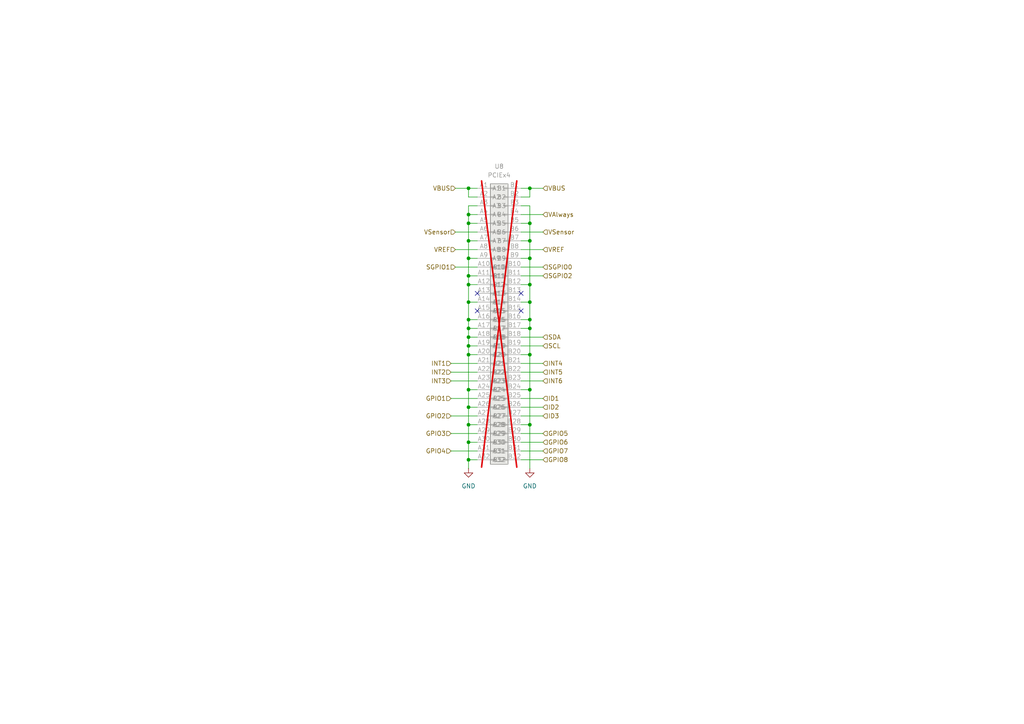
<source format=kicad_sch>
(kicad_sch
	(version 20231120)
	(generator "eeschema")
	(generator_version "8.0")
	(uuid "a113ef60-102d-4887-bd85-04bc1b6c161e")
	(paper "A4")
	(lib_symbols
		(symbol "PCIEx4:PCIEx4"
			(exclude_from_sim no)
			(in_bom yes)
			(on_board yes)
			(property "Reference" "U"
				(at 0 0 0)
				(effects
					(font
						(size 1.27 1.27)
					)
				)
			)
			(property "Value" "PCIEx4"
				(at 0 0 0)
				(effects
					(font
						(size 1.27 1.27)
					)
				)
			)
			(property "Footprint" "Connector_PCBEdge:BUS_PCIexpress_x4"
				(at 0 0 0)
				(effects
					(font
						(size 1.27 1.27)
					)
					(hide yes)
				)
			)
			(property "Datasheet" ""
				(at 0 0 0)
				(effects
					(font
						(size 1.27 1.27)
					)
					(hide yes)
				)
			)
			(property "Description" ""
				(at 0 0 0)
				(effects
					(font
						(size 1.27 1.27)
					)
					(hide yes)
				)
			)
			(symbol "PCIEx4_1_1"
				(rectangle
					(start -2.54 -81.153)
					(end -1.27 -81.407)
					(stroke
						(width 0.1524)
						(type default)
					)
					(fill
						(type none)
					)
				)
				(rectangle
					(start -2.54 -78.613)
					(end -1.27 -78.867)
					(stroke
						(width 0.1524)
						(type default)
					)
					(fill
						(type none)
					)
				)
				(rectangle
					(start -2.54 -76.073)
					(end -1.27 -76.327)
					(stroke
						(width 0.1524)
						(type default)
					)
					(fill
						(type none)
					)
				)
				(rectangle
					(start -2.54 -73.533)
					(end -1.27 -73.787)
					(stroke
						(width 0.1524)
						(type default)
					)
					(fill
						(type none)
					)
				)
				(rectangle
					(start -2.54 -70.993)
					(end -1.27 -71.247)
					(stroke
						(width 0.1524)
						(type default)
					)
					(fill
						(type none)
					)
				)
				(rectangle
					(start -2.54 -68.453)
					(end -1.27 -68.707)
					(stroke
						(width 0.1524)
						(type default)
					)
					(fill
						(type none)
					)
				)
				(rectangle
					(start -2.54 -65.913)
					(end -1.27 -66.167)
					(stroke
						(width 0.1524)
						(type default)
					)
					(fill
						(type none)
					)
				)
				(rectangle
					(start -2.54 -63.373)
					(end -1.27 -63.627)
					(stroke
						(width 0.1524)
						(type default)
					)
					(fill
						(type none)
					)
				)
				(rectangle
					(start -2.54 -60.833)
					(end -1.27 -61.087)
					(stroke
						(width 0.1524)
						(type default)
					)
					(fill
						(type none)
					)
				)
				(rectangle
					(start -2.54 -58.293)
					(end -1.27 -58.547)
					(stroke
						(width 0.1524)
						(type default)
					)
					(fill
						(type none)
					)
				)
				(rectangle
					(start -2.54 -55.753)
					(end -1.27 -56.007)
					(stroke
						(width 0.1524)
						(type default)
					)
					(fill
						(type none)
					)
				)
				(rectangle
					(start -2.54 -53.213)
					(end -1.27 -53.467)
					(stroke
						(width 0.1524)
						(type default)
					)
					(fill
						(type none)
					)
				)
				(rectangle
					(start -2.54 -50.673)
					(end -1.27 -50.927)
					(stroke
						(width 0.1524)
						(type default)
					)
					(fill
						(type none)
					)
				)
				(rectangle
					(start -2.54 -48.133)
					(end -1.27 -48.387)
					(stroke
						(width 0.1524)
						(type default)
					)
					(fill
						(type none)
					)
				)
				(rectangle
					(start -2.54 -45.593)
					(end -1.27 -45.847)
					(stroke
						(width 0.1524)
						(type default)
					)
					(fill
						(type none)
					)
				)
				(rectangle
					(start -2.54 -43.053)
					(end -1.27 -43.307)
					(stroke
						(width 0.1524)
						(type default)
					)
					(fill
						(type none)
					)
				)
				(rectangle
					(start -2.54 -40.513)
					(end -1.27 -40.767)
					(stroke
						(width 0.1524)
						(type default)
					)
					(fill
						(type none)
					)
				)
				(rectangle
					(start -2.54 -37.973)
					(end -1.27 -38.227)
					(stroke
						(width 0.1524)
						(type default)
					)
					(fill
						(type none)
					)
				)
				(rectangle
					(start -2.54 -35.433)
					(end -1.27 -35.687)
					(stroke
						(width 0.1524)
						(type default)
					)
					(fill
						(type none)
					)
				)
				(rectangle
					(start -2.54 -32.893)
					(end -1.27 -33.147)
					(stroke
						(width 0.1524)
						(type default)
					)
					(fill
						(type none)
					)
				)
				(rectangle
					(start -2.54 -30.353)
					(end -1.27 -30.607)
					(stroke
						(width 0.1524)
						(type default)
					)
					(fill
						(type none)
					)
				)
				(rectangle
					(start -2.54 -27.813)
					(end -1.27 -28.067)
					(stroke
						(width 0.1524)
						(type default)
					)
					(fill
						(type none)
					)
				)
				(rectangle
					(start -2.54 -25.273)
					(end -1.27 -25.527)
					(stroke
						(width 0.1524)
						(type default)
					)
					(fill
						(type none)
					)
				)
				(rectangle
					(start -2.54 -22.733)
					(end -1.27 -22.987)
					(stroke
						(width 0.1524)
						(type default)
					)
					(fill
						(type none)
					)
				)
				(rectangle
					(start -2.54 -20.193)
					(end -1.27 -20.447)
					(stroke
						(width 0.1524)
						(type default)
					)
					(fill
						(type none)
					)
				)
				(rectangle
					(start -2.54 -17.653)
					(end -1.27 -17.907)
					(stroke
						(width 0.1524)
						(type default)
					)
					(fill
						(type none)
					)
				)
				(rectangle
					(start -2.54 -15.113)
					(end -1.27 -15.367)
					(stroke
						(width 0.1524)
						(type default)
					)
					(fill
						(type none)
					)
				)
				(rectangle
					(start -2.54 -12.573)
					(end -1.27 -12.827)
					(stroke
						(width 0.1524)
						(type default)
					)
					(fill
						(type none)
					)
				)
				(rectangle
					(start -2.54 -10.033)
					(end -1.27 -10.287)
					(stroke
						(width 0.1524)
						(type default)
					)
					(fill
						(type none)
					)
				)
				(rectangle
					(start -2.54 -7.493)
					(end -1.27 -7.747)
					(stroke
						(width 0.1524)
						(type default)
					)
					(fill
						(type none)
					)
				)
				(rectangle
					(start -2.54 -4.953)
					(end -1.27 -5.207)
					(stroke
						(width 0.1524)
						(type default)
					)
					(fill
						(type none)
					)
				)
				(rectangle
					(start -2.54 -2.413)
					(end -1.27 -2.667)
					(stroke
						(width 0.1524)
						(type default)
					)
					(fill
						(type none)
					)
				)
				(rectangle
					(start -2.54 -1.27)
					(end 2.54 -82.55)
					(stroke
						(width 0.254)
						(type default)
					)
					(fill
						(type background)
					)
				)
				(rectangle
					(start 2.54 -81.153)
					(end 1.27 -81.407)
					(stroke
						(width 0.1524)
						(type default)
					)
					(fill
						(type none)
					)
				)
				(rectangle
					(start 2.54 -78.613)
					(end 1.27 -78.867)
					(stroke
						(width 0.1524)
						(type default)
					)
					(fill
						(type none)
					)
				)
				(rectangle
					(start 2.54 -76.073)
					(end 1.27 -76.327)
					(stroke
						(width 0.1524)
						(type default)
					)
					(fill
						(type none)
					)
				)
				(rectangle
					(start 2.54 -73.533)
					(end 1.27 -73.787)
					(stroke
						(width 0.1524)
						(type default)
					)
					(fill
						(type none)
					)
				)
				(rectangle
					(start 2.54 -70.993)
					(end 1.27 -71.247)
					(stroke
						(width 0.1524)
						(type default)
					)
					(fill
						(type none)
					)
				)
				(rectangle
					(start 2.54 -68.453)
					(end 1.27 -68.707)
					(stroke
						(width 0.1524)
						(type default)
					)
					(fill
						(type none)
					)
				)
				(rectangle
					(start 2.54 -65.913)
					(end 1.27 -66.167)
					(stroke
						(width 0.1524)
						(type default)
					)
					(fill
						(type none)
					)
				)
				(rectangle
					(start 2.54 -63.373)
					(end 1.27 -63.627)
					(stroke
						(width 0.1524)
						(type default)
					)
					(fill
						(type none)
					)
				)
				(rectangle
					(start 2.54 -60.833)
					(end 1.27 -61.087)
					(stroke
						(width 0.1524)
						(type default)
					)
					(fill
						(type none)
					)
				)
				(rectangle
					(start 2.54 -58.293)
					(end 1.27 -58.547)
					(stroke
						(width 0.1524)
						(type default)
					)
					(fill
						(type none)
					)
				)
				(rectangle
					(start 2.54 -55.753)
					(end 1.27 -56.007)
					(stroke
						(width 0.1524)
						(type default)
					)
					(fill
						(type none)
					)
				)
				(rectangle
					(start 2.54 -53.213)
					(end 1.27 -53.467)
					(stroke
						(width 0.1524)
						(type default)
					)
					(fill
						(type none)
					)
				)
				(rectangle
					(start 2.54 -50.673)
					(end 1.27 -50.927)
					(stroke
						(width 0.1524)
						(type default)
					)
					(fill
						(type none)
					)
				)
				(rectangle
					(start 2.54 -48.133)
					(end 1.27 -48.387)
					(stroke
						(width 0.1524)
						(type default)
					)
					(fill
						(type none)
					)
				)
				(rectangle
					(start 2.54 -45.593)
					(end 1.27 -45.847)
					(stroke
						(width 0.1524)
						(type default)
					)
					(fill
						(type none)
					)
				)
				(rectangle
					(start 2.54 -43.053)
					(end 1.27 -43.307)
					(stroke
						(width 0.1524)
						(type default)
					)
					(fill
						(type none)
					)
				)
				(rectangle
					(start 2.54 -40.513)
					(end 1.27 -40.767)
					(stroke
						(width 0.1524)
						(type default)
					)
					(fill
						(type none)
					)
				)
				(rectangle
					(start 2.54 -37.973)
					(end 1.27 -38.227)
					(stroke
						(width 0.1524)
						(type default)
					)
					(fill
						(type none)
					)
				)
				(rectangle
					(start 2.54 -35.433)
					(end 1.27 -35.687)
					(stroke
						(width 0.1524)
						(type default)
					)
					(fill
						(type none)
					)
				)
				(rectangle
					(start 2.54 -32.893)
					(end 1.27 -33.147)
					(stroke
						(width 0.1524)
						(type default)
					)
					(fill
						(type none)
					)
				)
				(rectangle
					(start 2.54 -30.353)
					(end 1.27 -30.607)
					(stroke
						(width 0.1524)
						(type default)
					)
					(fill
						(type none)
					)
				)
				(rectangle
					(start 2.54 -27.813)
					(end 1.27 -28.067)
					(stroke
						(width 0.1524)
						(type default)
					)
					(fill
						(type none)
					)
				)
				(rectangle
					(start 2.54 -25.273)
					(end 1.27 -25.527)
					(stroke
						(width 0.1524)
						(type default)
					)
					(fill
						(type none)
					)
				)
				(rectangle
					(start 2.54 -22.733)
					(end 1.27 -22.987)
					(stroke
						(width 0.1524)
						(type default)
					)
					(fill
						(type none)
					)
				)
				(rectangle
					(start 2.54 -20.193)
					(end 1.27 -20.447)
					(stroke
						(width 0.1524)
						(type default)
					)
					(fill
						(type none)
					)
				)
				(rectangle
					(start 2.54 -17.653)
					(end 1.27 -17.907)
					(stroke
						(width 0.1524)
						(type default)
					)
					(fill
						(type none)
					)
				)
				(rectangle
					(start 2.54 -15.113)
					(end 1.27 -15.367)
					(stroke
						(width 0.1524)
						(type default)
					)
					(fill
						(type none)
					)
				)
				(rectangle
					(start 2.54 -12.573)
					(end 1.27 -12.827)
					(stroke
						(width 0.1524)
						(type default)
					)
					(fill
						(type none)
					)
				)
				(rectangle
					(start 2.54 -10.033)
					(end 1.27 -10.287)
					(stroke
						(width 0.1524)
						(type default)
					)
					(fill
						(type none)
					)
				)
				(rectangle
					(start 2.54 -7.493)
					(end 1.27 -7.747)
					(stroke
						(width 0.1524)
						(type default)
					)
					(fill
						(type none)
					)
				)
				(rectangle
					(start 2.54 -4.953)
					(end 1.27 -5.207)
					(stroke
						(width 0.1524)
						(type default)
					)
					(fill
						(type none)
					)
				)
				(rectangle
					(start 2.54 -2.413)
					(end 1.27 -2.667)
					(stroke
						(width 0.1524)
						(type default)
					)
					(fill
						(type none)
					)
				)
				(pin passive line
					(at -6.35 -2.54 0)
					(length 3.81)
					(name "A1"
						(effects
							(font
								(size 1.27 1.27)
							)
						)
					)
					(number "A1"
						(effects
							(font
								(size 1.27 1.27)
							)
						)
					)
				)
				(pin passive line
					(at -6.35 -25.4 0)
					(length 3.81)
					(name "A10"
						(effects
							(font
								(size 1.27 1.27)
							)
						)
					)
					(number "A10"
						(effects
							(font
								(size 1.27 1.27)
							)
						)
					)
				)
				(pin passive line
					(at -6.35 -27.94 0)
					(length 3.81)
					(name "A11"
						(effects
							(font
								(size 1.27 1.27)
							)
						)
					)
					(number "A11"
						(effects
							(font
								(size 1.27 1.27)
							)
						)
					)
				)
				(pin passive line
					(at -6.35 -30.48 0)
					(length 3.81)
					(name "A12"
						(effects
							(font
								(size 1.27 1.27)
							)
						)
					)
					(number "A12"
						(effects
							(font
								(size 1.27 1.27)
							)
						)
					)
				)
				(pin passive line
					(at -6.35 -33.02 0)
					(length 3.81)
					(name "A13"
						(effects
							(font
								(size 1.27 1.27)
							)
						)
					)
					(number "A13"
						(effects
							(font
								(size 1.27 1.27)
							)
						)
					)
				)
				(pin passive line
					(at -6.35 -35.56 0)
					(length 3.81)
					(name "A14"
						(effects
							(font
								(size 1.27 1.27)
							)
						)
					)
					(number "A14"
						(effects
							(font
								(size 1.27 1.27)
							)
						)
					)
				)
				(pin passive line
					(at -6.35 -38.1 0)
					(length 3.81)
					(name "A15"
						(effects
							(font
								(size 1.27 1.27)
							)
						)
					)
					(number "A15"
						(effects
							(font
								(size 1.27 1.27)
							)
						)
					)
				)
				(pin passive line
					(at -6.35 -40.64 0)
					(length 3.81)
					(name "A16"
						(effects
							(font
								(size 1.27 1.27)
							)
						)
					)
					(number "A16"
						(effects
							(font
								(size 1.27 1.27)
							)
						)
					)
				)
				(pin passive line
					(at -6.35 -43.18 0)
					(length 3.81)
					(name "A17"
						(effects
							(font
								(size 1.27 1.27)
							)
						)
					)
					(number "A17"
						(effects
							(font
								(size 1.27 1.27)
							)
						)
					)
				)
				(pin passive line
					(at -6.35 -45.72 0)
					(length 3.81)
					(name "A18"
						(effects
							(font
								(size 1.27 1.27)
							)
						)
					)
					(number "A18"
						(effects
							(font
								(size 1.27 1.27)
							)
						)
					)
				)
				(pin passive line
					(at -6.35 -48.26 0)
					(length 3.81)
					(name "A19"
						(effects
							(font
								(size 1.27 1.27)
							)
						)
					)
					(number "A19"
						(effects
							(font
								(size 1.27 1.27)
							)
						)
					)
				)
				(pin passive line
					(at -6.35 -5.08 0)
					(length 3.81)
					(name "A2"
						(effects
							(font
								(size 1.27 1.27)
							)
						)
					)
					(number "A2"
						(effects
							(font
								(size 1.27 1.27)
							)
						)
					)
				)
				(pin passive line
					(at -6.35 -50.8 0)
					(length 3.81)
					(name "A20"
						(effects
							(font
								(size 1.27 1.27)
							)
						)
					)
					(number "A20"
						(effects
							(font
								(size 1.27 1.27)
							)
						)
					)
				)
				(pin passive line
					(at -6.35 -53.34 0)
					(length 3.81)
					(name "A21"
						(effects
							(font
								(size 1.27 1.27)
							)
						)
					)
					(number "A21"
						(effects
							(font
								(size 1.27 1.27)
							)
						)
					)
				)
				(pin passive line
					(at -6.35 -55.88 0)
					(length 3.81)
					(name "A22"
						(effects
							(font
								(size 1.27 1.27)
							)
						)
					)
					(number "A22"
						(effects
							(font
								(size 1.27 1.27)
							)
						)
					)
				)
				(pin passive line
					(at -6.35 -58.42 0)
					(length 3.81)
					(name "A23"
						(effects
							(font
								(size 1.27 1.27)
							)
						)
					)
					(number "A23"
						(effects
							(font
								(size 1.27 1.27)
							)
						)
					)
				)
				(pin passive line
					(at -6.35 -60.96 0)
					(length 3.81)
					(name "A24"
						(effects
							(font
								(size 1.27 1.27)
							)
						)
					)
					(number "A24"
						(effects
							(font
								(size 1.27 1.27)
							)
						)
					)
				)
				(pin passive line
					(at -6.35 -63.5 0)
					(length 3.81)
					(name "A25"
						(effects
							(font
								(size 1.27 1.27)
							)
						)
					)
					(number "A25"
						(effects
							(font
								(size 1.27 1.27)
							)
						)
					)
				)
				(pin passive line
					(at -6.35 -66.04 0)
					(length 3.81)
					(name "A26"
						(effects
							(font
								(size 1.27 1.27)
							)
						)
					)
					(number "A26"
						(effects
							(font
								(size 1.27 1.27)
							)
						)
					)
				)
				(pin passive line
					(at -6.35 -68.58 0)
					(length 3.81)
					(name "A27"
						(effects
							(font
								(size 1.27 1.27)
							)
						)
					)
					(number "A27"
						(effects
							(font
								(size 1.27 1.27)
							)
						)
					)
				)
				(pin passive line
					(at -6.35 -71.12 0)
					(length 3.81)
					(name "A28"
						(effects
							(font
								(size 1.27 1.27)
							)
						)
					)
					(number "A28"
						(effects
							(font
								(size 1.27 1.27)
							)
						)
					)
				)
				(pin passive line
					(at -6.35 -73.66 0)
					(length 3.81)
					(name "A29"
						(effects
							(font
								(size 1.27 1.27)
							)
						)
					)
					(number "A29"
						(effects
							(font
								(size 1.27 1.27)
							)
						)
					)
				)
				(pin passive line
					(at -6.35 -7.62 0)
					(length 3.81)
					(name "A3"
						(effects
							(font
								(size 1.27 1.27)
							)
						)
					)
					(number "A3"
						(effects
							(font
								(size 1.27 1.27)
							)
						)
					)
				)
				(pin passive line
					(at -6.35 -76.2 0)
					(length 3.81)
					(name "A30"
						(effects
							(font
								(size 1.27 1.27)
							)
						)
					)
					(number "A30"
						(effects
							(font
								(size 1.27 1.27)
							)
						)
					)
				)
				(pin passive line
					(at -6.35 -78.74 0)
					(length 3.81)
					(name "A31"
						(effects
							(font
								(size 1.27 1.27)
							)
						)
					)
					(number "A31"
						(effects
							(font
								(size 1.27 1.27)
							)
						)
					)
				)
				(pin passive line
					(at -6.35 -81.28 0)
					(length 3.81)
					(name "A32"
						(effects
							(font
								(size 1.27 1.27)
							)
						)
					)
					(number "A32"
						(effects
							(font
								(size 1.27 1.27)
							)
						)
					)
				)
				(pin passive line
					(at -6.35 -10.16 0)
					(length 3.81)
					(name "A4"
						(effects
							(font
								(size 1.27 1.27)
							)
						)
					)
					(number "A4"
						(effects
							(font
								(size 1.27 1.27)
							)
						)
					)
				)
				(pin passive line
					(at -6.35 -12.7 0)
					(length 3.81)
					(name "A5"
						(effects
							(font
								(size 1.27 1.27)
							)
						)
					)
					(number "A5"
						(effects
							(font
								(size 1.27 1.27)
							)
						)
					)
				)
				(pin passive line
					(at -6.35 -15.24 0)
					(length 3.81)
					(name "A6"
						(effects
							(font
								(size 1.27 1.27)
							)
						)
					)
					(number "A6"
						(effects
							(font
								(size 1.27 1.27)
							)
						)
					)
				)
				(pin passive line
					(at -6.35 -17.78 0)
					(length 3.81)
					(name "A7"
						(effects
							(font
								(size 1.27 1.27)
							)
						)
					)
					(number "A7"
						(effects
							(font
								(size 1.27 1.27)
							)
						)
					)
				)
				(pin passive line
					(at -6.35 -20.32 0)
					(length 3.81)
					(name "A8"
						(effects
							(font
								(size 1.27 1.27)
							)
						)
					)
					(number "A8"
						(effects
							(font
								(size 1.27 1.27)
							)
						)
					)
				)
				(pin passive line
					(at -6.35 -22.86 0)
					(length 3.81)
					(name "A9"
						(effects
							(font
								(size 1.27 1.27)
							)
						)
					)
					(number "A9"
						(effects
							(font
								(size 1.27 1.27)
							)
						)
					)
				)
				(pin passive line
					(at 6.35 -2.54 180)
					(length 3.81)
					(name "B1"
						(effects
							(font
								(size 1.27 1.27)
							)
						)
					)
					(number "B1"
						(effects
							(font
								(size 1.27 1.27)
							)
						)
					)
				)
				(pin passive line
					(at 6.35 -25.4 180)
					(length 3.81)
					(name "B10"
						(effects
							(font
								(size 1.27 1.27)
							)
						)
					)
					(number "B10"
						(effects
							(font
								(size 1.27 1.27)
							)
						)
					)
				)
				(pin passive line
					(at 6.35 -27.94 180)
					(length 3.81)
					(name "B11"
						(effects
							(font
								(size 1.27 1.27)
							)
						)
					)
					(number "B11"
						(effects
							(font
								(size 1.27 1.27)
							)
						)
					)
				)
				(pin passive line
					(at 6.35 -30.48 180)
					(length 3.81)
					(name "B12"
						(effects
							(font
								(size 1.27 1.27)
							)
						)
					)
					(number "B12"
						(effects
							(font
								(size 1.27 1.27)
							)
						)
					)
				)
				(pin passive line
					(at 6.35 -33.02 180)
					(length 3.81)
					(name "B13"
						(effects
							(font
								(size 1.27 1.27)
							)
						)
					)
					(number "B13"
						(effects
							(font
								(size 1.27 1.27)
							)
						)
					)
				)
				(pin passive line
					(at 6.35 -35.56 180)
					(length 3.81)
					(name "B14"
						(effects
							(font
								(size 1.27 1.27)
							)
						)
					)
					(number "B14"
						(effects
							(font
								(size 1.27 1.27)
							)
						)
					)
				)
				(pin passive line
					(at 6.35 -38.1 180)
					(length 3.81)
					(name "B15"
						(effects
							(font
								(size 1.27 1.27)
							)
						)
					)
					(number "B15"
						(effects
							(font
								(size 1.27 1.27)
							)
						)
					)
				)
				(pin passive line
					(at 6.35 -40.64 180)
					(length 3.81)
					(name "B16"
						(effects
							(font
								(size 1.27 1.27)
							)
						)
					)
					(number "B16"
						(effects
							(font
								(size 1.27 1.27)
							)
						)
					)
				)
				(pin passive line
					(at 6.35 -43.18 180)
					(length 3.81)
					(name "B17"
						(effects
							(font
								(size 1.27 1.27)
							)
						)
					)
					(number "B17"
						(effects
							(font
								(size 1.27 1.27)
							)
						)
					)
				)
				(pin passive line
					(at 6.35 -45.72 180)
					(length 3.81)
					(name "B18"
						(effects
							(font
								(size 1.27 1.27)
							)
						)
					)
					(number "B18"
						(effects
							(font
								(size 1.27 1.27)
							)
						)
					)
				)
				(pin passive line
					(at 6.35 -48.26 180)
					(length 3.81)
					(name "B19"
						(effects
							(font
								(size 1.27 1.27)
							)
						)
					)
					(number "B19"
						(effects
							(font
								(size 1.27 1.27)
							)
						)
					)
				)
				(pin passive line
					(at 6.35 -5.08 180)
					(length 3.81)
					(name "B2"
						(effects
							(font
								(size 1.27 1.27)
							)
						)
					)
					(number "B2"
						(effects
							(font
								(size 1.27 1.27)
							)
						)
					)
				)
				(pin passive line
					(at 6.35 -50.8 180)
					(length 3.81)
					(name "B20"
						(effects
							(font
								(size 1.27 1.27)
							)
						)
					)
					(number "B20"
						(effects
							(font
								(size 1.27 1.27)
							)
						)
					)
				)
				(pin passive line
					(at 6.35 -53.34 180)
					(length 3.81)
					(name "B21"
						(effects
							(font
								(size 1.27 1.27)
							)
						)
					)
					(number "B21"
						(effects
							(font
								(size 1.27 1.27)
							)
						)
					)
				)
				(pin passive line
					(at 6.35 -55.88 180)
					(length 3.81)
					(name "B22"
						(effects
							(font
								(size 1.27 1.27)
							)
						)
					)
					(number "B22"
						(effects
							(font
								(size 1.27 1.27)
							)
						)
					)
				)
				(pin passive line
					(at 6.35 -58.42 180)
					(length 3.81)
					(name "B23"
						(effects
							(font
								(size 1.27 1.27)
							)
						)
					)
					(number "B23"
						(effects
							(font
								(size 1.27 1.27)
							)
						)
					)
				)
				(pin passive line
					(at 6.35 -60.96 180)
					(length 3.81)
					(name "B24"
						(effects
							(font
								(size 1.27 1.27)
							)
						)
					)
					(number "B24"
						(effects
							(font
								(size 1.27 1.27)
							)
						)
					)
				)
				(pin passive line
					(at 6.35 -63.5 180)
					(length 3.81)
					(name "B25"
						(effects
							(font
								(size 1.27 1.27)
							)
						)
					)
					(number "B25"
						(effects
							(font
								(size 1.27 1.27)
							)
						)
					)
				)
				(pin passive line
					(at 6.35 -66.04 180)
					(length 3.81)
					(name "B26"
						(effects
							(font
								(size 1.27 1.27)
							)
						)
					)
					(number "B26"
						(effects
							(font
								(size 1.27 1.27)
							)
						)
					)
				)
				(pin passive line
					(at 6.35 -68.58 180)
					(length 3.81)
					(name "B27"
						(effects
							(font
								(size 1.27 1.27)
							)
						)
					)
					(number "B27"
						(effects
							(font
								(size 1.27 1.27)
							)
						)
					)
				)
				(pin passive line
					(at 6.35 -71.12 180)
					(length 3.81)
					(name "B28"
						(effects
							(font
								(size 1.27 1.27)
							)
						)
					)
					(number "B28"
						(effects
							(font
								(size 1.27 1.27)
							)
						)
					)
				)
				(pin passive line
					(at 6.35 -73.66 180)
					(length 3.81)
					(name "B29"
						(effects
							(font
								(size 1.27 1.27)
							)
						)
					)
					(number "B29"
						(effects
							(font
								(size 1.27 1.27)
							)
						)
					)
				)
				(pin passive line
					(at 6.35 -7.62 180)
					(length 3.81)
					(name "B3"
						(effects
							(font
								(size 1.27 1.27)
							)
						)
					)
					(number "B3"
						(effects
							(font
								(size 1.27 1.27)
							)
						)
					)
				)
				(pin passive line
					(at 6.35 -76.2 180)
					(length 3.81)
					(name "B30"
						(effects
							(font
								(size 1.27 1.27)
							)
						)
					)
					(number "B30"
						(effects
							(font
								(size 1.27 1.27)
							)
						)
					)
				)
				(pin passive line
					(at 6.35 -78.74 180)
					(length 3.81)
					(name "B31"
						(effects
							(font
								(size 1.27 1.27)
							)
						)
					)
					(number "B31"
						(effects
							(font
								(size 1.27 1.27)
							)
						)
					)
				)
				(pin passive line
					(at 6.35 -81.28 180)
					(length 3.81)
					(name "B32"
						(effects
							(font
								(size 1.27 1.27)
							)
						)
					)
					(number "B32"
						(effects
							(font
								(size 1.27 1.27)
							)
						)
					)
				)
				(pin passive line
					(at 6.35 -10.16 180)
					(length 3.81)
					(name "B4"
						(effects
							(font
								(size 1.27 1.27)
							)
						)
					)
					(number "B4"
						(effects
							(font
								(size 1.27 1.27)
							)
						)
					)
				)
				(pin passive line
					(at 6.35 -12.7 180)
					(length 3.81)
					(name "B5"
						(effects
							(font
								(size 1.27 1.27)
							)
						)
					)
					(number "B5"
						(effects
							(font
								(size 1.27 1.27)
							)
						)
					)
				)
				(pin passive line
					(at 6.35 -15.24 180)
					(length 3.81)
					(name "B6"
						(effects
							(font
								(size 1.27 1.27)
							)
						)
					)
					(number "B6"
						(effects
							(font
								(size 1.27 1.27)
							)
						)
					)
				)
				(pin passive line
					(at 6.35 -17.78 180)
					(length 3.81)
					(name "B7"
						(effects
							(font
								(size 1.27 1.27)
							)
						)
					)
					(number "B7"
						(effects
							(font
								(size 1.27 1.27)
							)
						)
					)
				)
				(pin passive line
					(at 6.35 -20.32 180)
					(length 3.81)
					(name "B8"
						(effects
							(font
								(size 1.27 1.27)
							)
						)
					)
					(number "B8"
						(effects
							(font
								(size 1.27 1.27)
							)
						)
					)
				)
				(pin passive line
					(at 6.35 -22.86 180)
					(length 3.81)
					(name "B9"
						(effects
							(font
								(size 1.27 1.27)
							)
						)
					)
					(number "B9"
						(effects
							(font
								(size 1.27 1.27)
							)
						)
					)
				)
			)
		)
		(symbol "power:GND"
			(power)
			(pin_numbers hide)
			(pin_names
				(offset 0) hide)
			(exclude_from_sim no)
			(in_bom yes)
			(on_board yes)
			(property "Reference" "#PWR"
				(at 0 -6.35 0)
				(effects
					(font
						(size 1.27 1.27)
					)
					(hide yes)
				)
			)
			(property "Value" "GND"
				(at 0 -3.81 0)
				(effects
					(font
						(size 1.27 1.27)
					)
				)
			)
			(property "Footprint" ""
				(at 0 0 0)
				(effects
					(font
						(size 1.27 1.27)
					)
					(hide yes)
				)
			)
			(property "Datasheet" ""
				(at 0 0 0)
				(effects
					(font
						(size 1.27 1.27)
					)
					(hide yes)
				)
			)
			(property "Description" "Power symbol creates a global label with name \"GND\" , ground"
				(at 0 0 0)
				(effects
					(font
						(size 1.27 1.27)
					)
					(hide yes)
				)
			)
			(property "ki_keywords" "global power"
				(at 0 0 0)
				(effects
					(font
						(size 1.27 1.27)
					)
					(hide yes)
				)
			)
			(symbol "GND_0_1"
				(polyline
					(pts
						(xy 0 0) (xy 0 -1.27) (xy 1.27 -1.27) (xy 0 -2.54) (xy -1.27 -1.27) (xy 0 -1.27)
					)
					(stroke
						(width 0)
						(type default)
					)
					(fill
						(type none)
					)
				)
			)
			(symbol "GND_1_1"
				(pin power_in line
					(at 0 0 270)
					(length 0)
					(name "~"
						(effects
							(font
								(size 1.27 1.27)
							)
						)
					)
					(number "1"
						(effects
							(font
								(size 1.27 1.27)
							)
						)
					)
				)
			)
		)
	)
	(junction
		(at 153.67 87.63)
		(diameter 0)
		(color 0 0 0 0)
		(uuid "1c994d33-a56c-4bfb-9f9f-559ae3745501")
	)
	(junction
		(at 135.89 64.77)
		(diameter 0)
		(color 0 0 0 0)
		(uuid "1e229129-11e4-4f5a-8cd5-398874fa92bc")
	)
	(junction
		(at 135.89 74.93)
		(diameter 0)
		(color 0 0 0 0)
		(uuid "21e62417-52f0-44f1-8fe5-f6b74d5f05b0")
	)
	(junction
		(at 153.67 82.55)
		(diameter 0)
		(color 0 0 0 0)
		(uuid "2771b1f4-9c43-4ec2-8d5a-586d8dfdd0c5")
	)
	(junction
		(at 153.67 95.25)
		(diameter 0)
		(color 0 0 0 0)
		(uuid "2c4f15d5-1faf-4aea-a12e-46478e1dca28")
	)
	(junction
		(at 135.89 82.55)
		(diameter 0)
		(color 0 0 0 0)
		(uuid "44bd3daf-5cb3-45bd-8a06-7dea3615a161")
	)
	(junction
		(at 153.67 74.93)
		(diameter 0)
		(color 0 0 0 0)
		(uuid "472eaeeb-3408-4fa5-8f6a-4f941dc8002a")
	)
	(junction
		(at 153.67 102.87)
		(diameter 0)
		(color 0 0 0 0)
		(uuid "5e35e2c7-1fb4-4bca-87cf-0769fc7c82b3")
	)
	(junction
		(at 135.89 118.11)
		(diameter 0)
		(color 0 0 0 0)
		(uuid "6134c937-980a-4381-8e76-d03c513f7a75")
	)
	(junction
		(at 153.67 113.03)
		(diameter 0)
		(color 0 0 0 0)
		(uuid "696e0b7d-6a62-4f55-9363-65c78912ad14")
	)
	(junction
		(at 135.89 97.79)
		(diameter 0)
		(color 0 0 0 0)
		(uuid "72ffef4c-fa3f-4983-a53e-d0e429034d98")
	)
	(junction
		(at 135.89 128.27)
		(diameter 0)
		(color 0 0 0 0)
		(uuid "74b8cab7-01d7-4bd9-b7bd-150e7d0de96a")
	)
	(junction
		(at 135.89 62.23)
		(diameter 0)
		(color 0 0 0 0)
		(uuid "760ee82f-e7c4-4355-a94e-2c57b212051f")
	)
	(junction
		(at 135.89 133.35)
		(diameter 0)
		(color 0 0 0 0)
		(uuid "8879c502-526b-4320-8024-1f1674b0458c")
	)
	(junction
		(at 135.89 113.03)
		(diameter 0)
		(color 0 0 0 0)
		(uuid "9aeb66d8-a802-4fe6-9b0d-5cc0ca6f7bf4")
	)
	(junction
		(at 135.89 69.85)
		(diameter 0)
		(color 0 0 0 0)
		(uuid "a25a3182-7a3f-43b3-9fda-4915cd8a045d")
	)
	(junction
		(at 153.67 54.61)
		(diameter 0)
		(color 0 0 0 0)
		(uuid "b0cedb11-4882-4a12-b59d-d90534e3e78b")
	)
	(junction
		(at 153.67 69.85)
		(diameter 0)
		(color 0 0 0 0)
		(uuid "b44631e7-c295-4b3b-bcb9-13e00621ad96")
	)
	(junction
		(at 153.67 123.19)
		(diameter 0)
		(color 0 0 0 0)
		(uuid "b4dba3a0-aadb-4244-8af2-880acf7ae862")
	)
	(junction
		(at 135.89 102.87)
		(diameter 0)
		(color 0 0 0 0)
		(uuid "bb9c13b1-036a-4c72-bcf3-2ddbf92358a0")
	)
	(junction
		(at 135.89 100.33)
		(diameter 0)
		(color 0 0 0 0)
		(uuid "c101c3bf-e29c-44d0-8f15-6e5e981b6f9b")
	)
	(junction
		(at 153.67 92.71)
		(diameter 0)
		(color 0 0 0 0)
		(uuid "c5262675-8218-451b-85c9-a4ec72170e4b")
	)
	(junction
		(at 135.89 87.63)
		(diameter 0)
		(color 0 0 0 0)
		(uuid "c815a7bf-0314-4c44-b574-49acda9561fa")
	)
	(junction
		(at 135.89 54.61)
		(diameter 0)
		(color 0 0 0 0)
		(uuid "cabcf3c0-587d-4bc8-ba9a-f87a72b6f75d")
	)
	(junction
		(at 135.89 95.25)
		(diameter 0)
		(color 0 0 0 0)
		(uuid "cb966fab-8ad7-448e-91c8-97b00dbdae37")
	)
	(junction
		(at 135.89 123.19)
		(diameter 0)
		(color 0 0 0 0)
		(uuid "e5de3f42-89d2-46fa-9415-3e4f3f89e7f1")
	)
	(junction
		(at 135.89 92.71)
		(diameter 0)
		(color 0 0 0 0)
		(uuid "e75bc8ab-8038-4b93-8130-9eaba857e84b")
	)
	(junction
		(at 135.89 80.01)
		(diameter 0)
		(color 0 0 0 0)
		(uuid "efd70826-e622-42e8-a57b-96e79134124e")
	)
	(junction
		(at 153.67 64.77)
		(diameter 0)
		(color 0 0 0 0)
		(uuid "f7fdfade-4d8d-4b8b-9607-83b246482fd9")
	)
	(no_connect
		(at 138.43 90.17)
		(uuid "09c89dfe-7452-4aa2-b209-b6fdbd224653")
	)
	(no_connect
		(at 151.13 85.09)
		(uuid "230a2c63-139f-497b-8715-f6d472fbc4a1")
	)
	(no_connect
		(at 151.13 90.17)
		(uuid "3a41396e-ebfe-43d9-84ac-38936bab1c06")
	)
	(no_connect
		(at 138.43 85.09)
		(uuid "b155674b-f9d5-4218-8232-07b138a63944")
	)
	(wire
		(pts
			(xy 157.48 120.65) (xy 151.13 120.65)
		)
		(stroke
			(width 0)
			(type default)
		)
		(uuid "01b1571a-9e1a-4344-b30b-20a626613dea")
	)
	(wire
		(pts
			(xy 153.67 113.03) (xy 151.13 113.03)
		)
		(stroke
			(width 0)
			(type default)
		)
		(uuid "022709a5-94bc-4b5c-abea-c13300719ebf")
	)
	(wire
		(pts
			(xy 135.89 97.79) (xy 138.43 97.79)
		)
		(stroke
			(width 0)
			(type default)
		)
		(uuid "099ea806-f6b4-42d2-b3c4-13c567254020")
	)
	(wire
		(pts
			(xy 157.48 128.27) (xy 151.13 128.27)
		)
		(stroke
			(width 0)
			(type default)
		)
		(uuid "182cb6cb-ea45-4ca2-a1d9-9a29aaae6132")
	)
	(wire
		(pts
			(xy 138.43 118.11) (xy 135.89 118.11)
		)
		(stroke
			(width 0)
			(type default)
		)
		(uuid "1b08fc98-ca8e-4a26-adfc-77f2d0fc962a")
	)
	(wire
		(pts
			(xy 135.89 80.01) (xy 135.89 82.55)
		)
		(stroke
			(width 0)
			(type default)
		)
		(uuid "1f8d2f50-1acb-4f64-90e0-27655f3d920d")
	)
	(wire
		(pts
			(xy 135.89 82.55) (xy 135.89 87.63)
		)
		(stroke
			(width 0)
			(type default)
		)
		(uuid "1f92261d-be7a-4373-b25c-96c534129961")
	)
	(wire
		(pts
			(xy 153.67 102.87) (xy 153.67 113.03)
		)
		(stroke
			(width 0)
			(type default)
		)
		(uuid "22833350-feff-4acd-84e2-028563f0cbb1")
	)
	(wire
		(pts
			(xy 132.08 67.31) (xy 138.43 67.31)
		)
		(stroke
			(width 0)
			(type default)
		)
		(uuid "229861cd-799e-48db-8b64-8343e5cc8e9b")
	)
	(wire
		(pts
			(xy 157.48 80.01) (xy 151.13 80.01)
		)
		(stroke
			(width 0)
			(type default)
		)
		(uuid "2a331fa1-26c4-4f78-9a03-89d98ed2ccf7")
	)
	(wire
		(pts
			(xy 153.67 92.71) (xy 153.67 95.25)
		)
		(stroke
			(width 0)
			(type default)
		)
		(uuid "2c2d95c2-b4a5-4293-ad06-68d84fa11087")
	)
	(wire
		(pts
			(xy 153.67 54.61) (xy 153.67 57.15)
		)
		(stroke
			(width 0)
			(type default)
		)
		(uuid "33750be4-e328-4a7b-8cfe-303c677b74d0")
	)
	(wire
		(pts
			(xy 135.89 92.71) (xy 138.43 92.71)
		)
		(stroke
			(width 0)
			(type default)
		)
		(uuid "354117c5-85d9-4bab-bd50-64355739f385")
	)
	(wire
		(pts
			(xy 135.89 69.85) (xy 135.89 74.93)
		)
		(stroke
			(width 0)
			(type default)
		)
		(uuid "3be1ac24-0273-459a-b79f-a30cf3cce3a8")
	)
	(wire
		(pts
			(xy 135.89 100.33) (xy 138.43 100.33)
		)
		(stroke
			(width 0)
			(type default)
		)
		(uuid "3d0b12fe-9a2f-402e-83a5-57d9aaa79e48")
	)
	(wire
		(pts
			(xy 153.67 87.63) (xy 151.13 87.63)
		)
		(stroke
			(width 0)
			(type default)
		)
		(uuid "3d267dee-dd10-46d4-8d7e-8c6c3069e19b")
	)
	(wire
		(pts
			(xy 153.67 82.55) (xy 151.13 82.55)
		)
		(stroke
			(width 0)
			(type default)
		)
		(uuid "3de2fbfc-dc5a-4ce8-b1c7-540ac2bec103")
	)
	(wire
		(pts
			(xy 135.89 97.79) (xy 135.89 95.25)
		)
		(stroke
			(width 0)
			(type default)
		)
		(uuid "3fabf93c-42bc-40fa-a905-13e1a8ad972c")
	)
	(wire
		(pts
			(xy 138.43 113.03) (xy 135.89 113.03)
		)
		(stroke
			(width 0)
			(type default)
		)
		(uuid "436c41bb-6413-4071-b328-9078970a0eb2")
	)
	(wire
		(pts
			(xy 135.89 54.61) (xy 135.89 57.15)
		)
		(stroke
			(width 0)
			(type default)
		)
		(uuid "439a2908-a8dd-4b67-9326-20a1bc92c452")
	)
	(wire
		(pts
			(xy 135.89 123.19) (xy 135.89 128.27)
		)
		(stroke
			(width 0)
			(type default)
		)
		(uuid "45e61e48-671f-4c47-a964-af38451abc84")
	)
	(wire
		(pts
			(xy 153.67 64.77) (xy 151.13 64.77)
		)
		(stroke
			(width 0)
			(type default)
		)
		(uuid "47ce728b-4f63-4c5d-9672-8641350dcb1c")
	)
	(wire
		(pts
			(xy 138.43 82.55) (xy 135.89 82.55)
		)
		(stroke
			(width 0)
			(type default)
		)
		(uuid "4a51dc37-2532-408e-aa26-26e95a0f2248")
	)
	(wire
		(pts
			(xy 157.48 67.31) (xy 151.13 67.31)
		)
		(stroke
			(width 0)
			(type default)
		)
		(uuid "4bffc0b0-44f7-4e4b-9449-cfc7db95b207")
	)
	(wire
		(pts
			(xy 135.89 133.35) (xy 135.89 135.89)
		)
		(stroke
			(width 0)
			(type default)
		)
		(uuid "4c9f88c6-4a39-4a7c-a4fe-5d99defdce78")
	)
	(wire
		(pts
			(xy 135.89 100.33) (xy 135.89 97.79)
		)
		(stroke
			(width 0)
			(type default)
		)
		(uuid "4df9c3e0-e09d-4051-95c7-81196657f4d9")
	)
	(wire
		(pts
			(xy 157.48 72.39) (xy 151.13 72.39)
		)
		(stroke
			(width 0)
			(type default)
		)
		(uuid "4ef096a9-6f25-46ec-943b-411a9f555f8e")
	)
	(wire
		(pts
			(xy 138.43 64.77) (xy 135.89 64.77)
		)
		(stroke
			(width 0)
			(type default)
		)
		(uuid "5363aa2d-c77d-4d0a-b4b2-5ce624026190")
	)
	(wire
		(pts
			(xy 138.43 69.85) (xy 135.89 69.85)
		)
		(stroke
			(width 0)
			(type default)
		)
		(uuid "55399f97-2038-4634-b551-5f38fc7bd2d5")
	)
	(wire
		(pts
			(xy 138.43 77.47) (xy 132.08 77.47)
		)
		(stroke
			(width 0)
			(type default)
		)
		(uuid "567db2c3-ebb5-4ef9-a10b-b3d380196581")
	)
	(wire
		(pts
			(xy 157.48 62.23) (xy 151.13 62.23)
		)
		(stroke
			(width 0)
			(type default)
		)
		(uuid "57619fcf-7319-4e4c-a015-c3c26e9ef72f")
	)
	(wire
		(pts
			(xy 138.43 130.81) (xy 130.81 130.81)
		)
		(stroke
			(width 0)
			(type default)
		)
		(uuid "59ef0faa-7bc8-4127-a1dc-85334aa3be0c")
	)
	(wire
		(pts
			(xy 138.43 74.93) (xy 135.89 74.93)
		)
		(stroke
			(width 0)
			(type default)
		)
		(uuid "5a9b211a-360e-4d12-b35e-55b320dd5c02")
	)
	(wire
		(pts
			(xy 135.89 57.15) (xy 138.43 57.15)
		)
		(stroke
			(width 0)
			(type default)
		)
		(uuid "67c5173c-5e9f-4f35-9b84-e646def07bf4")
	)
	(wire
		(pts
			(xy 157.48 130.81) (xy 151.13 130.81)
		)
		(stroke
			(width 0)
			(type default)
		)
		(uuid "67d37690-ad0b-49c4-a705-54c245dc04ae")
	)
	(wire
		(pts
			(xy 138.43 62.23) (xy 135.89 62.23)
		)
		(stroke
			(width 0)
			(type default)
		)
		(uuid "699a035a-cb2b-4301-b4c0-45bae6f0ae98")
	)
	(wire
		(pts
			(xy 157.48 54.61) (xy 153.67 54.61)
		)
		(stroke
			(width 0)
			(type default)
		)
		(uuid "6c2fc579-e9e9-4e62-a278-2a6378f6bc58")
	)
	(wire
		(pts
			(xy 135.89 95.25) (xy 135.89 92.71)
		)
		(stroke
			(width 0)
			(type default)
		)
		(uuid "70d621f1-84f5-490d-b78a-7a62da8242a5")
	)
	(wire
		(pts
			(xy 138.43 128.27) (xy 135.89 128.27)
		)
		(stroke
			(width 0)
			(type default)
		)
		(uuid "732ff033-8c1e-4fde-b122-da4da3f4fef5")
	)
	(wire
		(pts
			(xy 135.89 54.61) (xy 138.43 54.61)
		)
		(stroke
			(width 0)
			(type default)
		)
		(uuid "780c247d-6eb4-4fc1-8f17-140f5cd6624f")
	)
	(wire
		(pts
			(xy 157.48 125.73) (xy 151.13 125.73)
		)
		(stroke
			(width 0)
			(type default)
		)
		(uuid "7ab0e49a-81a4-4f56-9070-394555f9099d")
	)
	(wire
		(pts
			(xy 153.67 59.69) (xy 153.67 64.77)
		)
		(stroke
			(width 0)
			(type default)
		)
		(uuid "7bd18cae-8dd4-447e-8464-595850380ad2")
	)
	(wire
		(pts
			(xy 157.48 110.49) (xy 151.13 110.49)
		)
		(stroke
			(width 0)
			(type default)
		)
		(uuid "81252ab8-65e5-431c-8741-ea759b57c0b7")
	)
	(wire
		(pts
			(xy 153.67 123.19) (xy 151.13 123.19)
		)
		(stroke
			(width 0)
			(type default)
		)
		(uuid "82bc2fa3-6d34-46f0-9ed0-e479435c9c35")
	)
	(wire
		(pts
			(xy 153.67 92.71) (xy 151.13 92.71)
		)
		(stroke
			(width 0)
			(type default)
		)
		(uuid "83add608-7d9b-41d9-b356-61b838ce7b03")
	)
	(wire
		(pts
			(xy 138.43 107.95) (xy 130.81 107.95)
		)
		(stroke
			(width 0)
			(type default)
		)
		(uuid "878c7704-6ebd-4926-99c7-fdb589346616")
	)
	(wire
		(pts
			(xy 138.43 110.49) (xy 130.81 110.49)
		)
		(stroke
			(width 0)
			(type default)
		)
		(uuid "8a6ff489-5bd7-46c4-ba76-43d64580fd2c")
	)
	(wire
		(pts
			(xy 153.67 69.85) (xy 151.13 69.85)
		)
		(stroke
			(width 0)
			(type default)
		)
		(uuid "91f5dbed-ace1-4865-a0cb-8416b80abc9f")
	)
	(wire
		(pts
			(xy 153.67 69.85) (xy 153.67 74.93)
		)
		(stroke
			(width 0)
			(type default)
		)
		(uuid "93025cc6-319b-417a-941f-a20ff09b5290")
	)
	(wire
		(pts
			(xy 153.67 64.77) (xy 153.67 69.85)
		)
		(stroke
			(width 0)
			(type default)
		)
		(uuid "9468d2f9-0a9e-49be-b2c0-8a3fccb511b2")
	)
	(wire
		(pts
			(xy 138.43 59.69) (xy 135.89 59.69)
		)
		(stroke
			(width 0)
			(type default)
		)
		(uuid "99a10823-3707-4cb7-8d79-7e5c9da22d60")
	)
	(wire
		(pts
			(xy 157.48 118.11) (xy 151.13 118.11)
		)
		(stroke
			(width 0)
			(type default)
		)
		(uuid "99f37e7a-d81d-4a0f-a8a6-e9cf343162e9")
	)
	(wire
		(pts
			(xy 153.67 74.93) (xy 153.67 82.55)
		)
		(stroke
			(width 0)
			(type default)
		)
		(uuid "9b82d369-df28-403b-96ee-56ad1463af7b")
	)
	(wire
		(pts
			(xy 138.43 123.19) (xy 135.89 123.19)
		)
		(stroke
			(width 0)
			(type default)
		)
		(uuid "9bc32615-71bd-4de4-8a71-0dd57e8eb197")
	)
	(wire
		(pts
			(xy 132.08 72.39) (xy 138.43 72.39)
		)
		(stroke
			(width 0)
			(type default)
		)
		(uuid "a1af3238-dd0e-4c7c-826a-243734947b65")
	)
	(wire
		(pts
			(xy 138.43 80.01) (xy 135.89 80.01)
		)
		(stroke
			(width 0)
			(type default)
		)
		(uuid "a280f196-f1c1-4920-8cfb-33b95f2fe739")
	)
	(wire
		(pts
			(xy 135.89 62.23) (xy 135.89 64.77)
		)
		(stroke
			(width 0)
			(type default)
		)
		(uuid "a4dac0af-2fd0-4b77-9dbb-89ccd2b032cc")
	)
	(wire
		(pts
			(xy 135.89 87.63) (xy 135.89 92.71)
		)
		(stroke
			(width 0)
			(type default)
		)
		(uuid "a5b033c3-6d7c-44f8-bcb7-45c51dbc8f61")
	)
	(wire
		(pts
			(xy 132.08 54.61) (xy 135.89 54.61)
		)
		(stroke
			(width 0)
			(type default)
		)
		(uuid "a9fa9a34-b5eb-4d68-9f13-7816a4294007")
	)
	(wire
		(pts
			(xy 135.89 102.87) (xy 138.43 102.87)
		)
		(stroke
			(width 0)
			(type default)
		)
		(uuid "aac1a401-204f-427d-b245-238cc62ba80f")
	)
	(wire
		(pts
			(xy 153.67 54.61) (xy 151.13 54.61)
		)
		(stroke
			(width 0)
			(type default)
		)
		(uuid "adf89e48-b7ea-444a-af55-32140a601e04")
	)
	(wire
		(pts
			(xy 157.48 105.41) (xy 151.13 105.41)
		)
		(stroke
			(width 0)
			(type default)
		)
		(uuid "b19286e8-83da-4a75-a8d8-6e081fa7c1d0")
	)
	(wire
		(pts
			(xy 138.43 105.41) (xy 130.81 105.41)
		)
		(stroke
			(width 0)
			(type default)
		)
		(uuid "b3aaefda-fd44-4f91-8081-fe9172607e17")
	)
	(wire
		(pts
			(xy 138.43 87.63) (xy 135.89 87.63)
		)
		(stroke
			(width 0)
			(type default)
		)
		(uuid "b6756e44-a86f-4f52-af98-151d72627d2e")
	)
	(wire
		(pts
			(xy 153.67 102.87) (xy 151.13 102.87)
		)
		(stroke
			(width 0)
			(type default)
		)
		(uuid "b83afd94-f8f7-42cf-933b-107aec67176c")
	)
	(wire
		(pts
			(xy 135.89 74.93) (xy 135.89 80.01)
		)
		(stroke
			(width 0)
			(type default)
		)
		(uuid "bc4b6308-eb40-4e0e-8afb-23864342e2c1")
	)
	(wire
		(pts
			(xy 138.43 115.57) (xy 130.81 115.57)
		)
		(stroke
			(width 0)
			(type default)
		)
		(uuid "bf165072-7aa6-4aa5-85fe-909ee7c17016")
	)
	(wire
		(pts
			(xy 135.89 59.69) (xy 135.89 62.23)
		)
		(stroke
			(width 0)
			(type default)
		)
		(uuid "c2b8941c-b17d-41a4-8ba7-62ba0128305e")
	)
	(wire
		(pts
			(xy 153.67 113.03) (xy 153.67 123.19)
		)
		(stroke
			(width 0)
			(type default)
		)
		(uuid "c730b3ef-e8c9-4b97-bff6-1494df969535")
	)
	(wire
		(pts
			(xy 157.48 97.79) (xy 151.13 97.79)
		)
		(stroke
			(width 0)
			(type default)
		)
		(uuid "c8260986-89d2-4e0e-9dc6-9acfc1d91c1d")
	)
	(wire
		(pts
			(xy 135.89 128.27) (xy 135.89 133.35)
		)
		(stroke
			(width 0)
			(type default)
		)
		(uuid "c9d3fbbb-6604-4434-b6a5-dc487a37e532")
	)
	(wire
		(pts
			(xy 157.48 107.95) (xy 151.13 107.95)
		)
		(stroke
			(width 0)
			(type default)
		)
		(uuid "ce0e2739-9227-44a8-b2f3-fc1a6790747e")
	)
	(wire
		(pts
			(xy 157.48 100.33) (xy 151.13 100.33)
		)
		(stroke
			(width 0)
			(type default)
		)
		(uuid "d31513f9-e9f4-4f30-b709-08327b1f0dc5")
	)
	(wire
		(pts
			(xy 157.48 133.35) (xy 151.13 133.35)
		)
		(stroke
			(width 0)
			(type default)
		)
		(uuid "d6f8ad92-5c1c-47a3-969f-d8fc133d819f")
	)
	(wire
		(pts
			(xy 138.43 120.65) (xy 130.81 120.65)
		)
		(stroke
			(width 0)
			(type default)
		)
		(uuid "d8a5e114-1ccc-4e3a-8c79-2fffdc3ba111")
	)
	(wire
		(pts
			(xy 153.67 87.63) (xy 153.67 92.71)
		)
		(stroke
			(width 0)
			(type default)
		)
		(uuid "d9457ab4-7e9f-4a47-a270-39da1922124c")
	)
	(wire
		(pts
			(xy 135.89 113.03) (xy 135.89 102.87)
		)
		(stroke
			(width 0)
			(type default)
		)
		(uuid "dbbf8543-5d2d-48c8-a0e9-1055bbe5e244")
	)
	(wire
		(pts
			(xy 151.13 59.69) (xy 153.67 59.69)
		)
		(stroke
			(width 0)
			(type default)
		)
		(uuid "dc1c6fde-ece7-4069-aee1-95aaac3dad1b")
	)
	(wire
		(pts
			(xy 153.67 95.25) (xy 151.13 95.25)
		)
		(stroke
			(width 0)
			(type default)
		)
		(uuid "ddfea0b6-bc15-424f-97c6-58106e78ffac")
	)
	(wire
		(pts
			(xy 153.67 82.55) (xy 153.67 87.63)
		)
		(stroke
			(width 0)
			(type default)
		)
		(uuid "e0d10a16-392a-4866-974d-476f9ac919b9")
	)
	(wire
		(pts
			(xy 153.67 123.19) (xy 153.67 135.89)
		)
		(stroke
			(width 0)
			(type default)
		)
		(uuid "e3d4fddf-9b4f-4c3f-b3a3-23058af32a29")
	)
	(wire
		(pts
			(xy 135.89 102.87) (xy 135.89 100.33)
		)
		(stroke
			(width 0)
			(type default)
		)
		(uuid "eac967b2-ef7b-475c-8991-19c3caadbbd1")
	)
	(wire
		(pts
			(xy 153.67 57.15) (xy 151.13 57.15)
		)
		(stroke
			(width 0)
			(type default)
		)
		(uuid "ec5577bc-c623-4d61-ab62-a15bf955e4f8")
	)
	(wire
		(pts
			(xy 135.89 113.03) (xy 135.89 118.11)
		)
		(stroke
			(width 0)
			(type default)
		)
		(uuid "ee37be20-fa79-4d5a-bb2c-2d233808e94b")
	)
	(wire
		(pts
			(xy 138.43 133.35) (xy 135.89 133.35)
		)
		(stroke
			(width 0)
			(type default)
		)
		(uuid "eee9dfb9-3335-4015-a9c1-a69ded02301e")
	)
	(wire
		(pts
			(xy 153.67 95.25) (xy 153.67 102.87)
		)
		(stroke
			(width 0)
			(type default)
		)
		(uuid "ef10b628-1379-4f08-8a73-9eebb5529ca0")
	)
	(wire
		(pts
			(xy 153.67 74.93) (xy 151.13 74.93)
		)
		(stroke
			(width 0)
			(type default)
		)
		(uuid "f2ea3fc5-88d5-4cb4-84fe-5d63a7cd9a63")
	)
	(wire
		(pts
			(xy 135.89 95.25) (xy 138.43 95.25)
		)
		(stroke
			(width 0)
			(type default)
		)
		(uuid "f3713bd1-19ec-4074-9dde-dc7382ada195")
	)
	(wire
		(pts
			(xy 135.89 64.77) (xy 135.89 69.85)
		)
		(stroke
			(width 0)
			(type default)
		)
		(uuid "f66bd00e-6af1-4c70-af3c-7808587acc2b")
	)
	(wire
		(pts
			(xy 135.89 118.11) (xy 135.89 123.19)
		)
		(stroke
			(width 0)
			(type default)
		)
		(uuid "f783295f-e2cd-45a7-aa26-8b3e2c013687")
	)
	(wire
		(pts
			(xy 138.43 125.73) (xy 130.81 125.73)
		)
		(stroke
			(width 0)
			(type default)
		)
		(uuid "f7c031b5-8c75-4d72-9db0-32bcb6be6170")
	)
	(wire
		(pts
			(xy 157.48 115.57) (xy 151.13 115.57)
		)
		(stroke
			(width 0)
			(type default)
		)
		(uuid "fa5d8b16-b28d-49ea-b0b9-cd6352eefd63")
	)
	(wire
		(pts
			(xy 157.48 77.47) (xy 151.13 77.47)
		)
		(stroke
			(width 0)
			(type default)
		)
		(uuid "ffdea6ab-bea5-4253-95b8-4ee0de360754")
	)
	(hierarchical_label "INT3"
		(shape input)
		(at 130.81 110.49 180)
		(fields_autoplaced yes)
		(effects
			(font
				(size 1.27 1.27)
			)
			(justify right)
		)
		(uuid "0e74d11c-8c29-4798-820a-1c764c3ade42")
	)
	(hierarchical_label "SGPIO2"
		(shape input)
		(at 157.48 80.01 0)
		(fields_autoplaced yes)
		(effects
			(font
				(size 1.27 1.27)
			)
			(justify left)
		)
		(uuid "1eadce45-4338-4206-8b2c-286ffc26aac4")
	)
	(hierarchical_label "SGPIO1"
		(shape input)
		(at 132.08 77.47 180)
		(fields_autoplaced yes)
		(effects
			(font
				(size 1.27 1.27)
			)
			(justify right)
		)
		(uuid "26eb32db-43dd-4947-b6cd-760d6c7cfe62")
	)
	(hierarchical_label "GPIO2"
		(shape input)
		(at 130.81 120.65 180)
		(fields_autoplaced yes)
		(effects
			(font
				(size 1.27 1.27)
			)
			(justify right)
		)
		(uuid "2954a24e-7f63-4758-a362-1c85b6a09ec1")
	)
	(hierarchical_label "GPIO4"
		(shape input)
		(at 130.81 130.81 180)
		(fields_autoplaced yes)
		(effects
			(font
				(size 1.27 1.27)
			)
			(justify right)
		)
		(uuid "2a2de55e-9b47-4efe-b998-f13dff3bdf59")
	)
	(hierarchical_label "INT4"
		(shape input)
		(at 157.48 105.41 0)
		(fields_autoplaced yes)
		(effects
			(font
				(size 1.27 1.27)
			)
			(justify left)
		)
		(uuid "2b4fdb1c-b419-425b-9029-a3b17fd6cc57")
	)
	(hierarchical_label "GPIO5"
		(shape input)
		(at 157.48 125.73 0)
		(fields_autoplaced yes)
		(effects
			(font
				(size 1.27 1.27)
			)
			(justify left)
		)
		(uuid "2be00647-2c58-4b01-b551-1c7ecb00e272")
	)
	(hierarchical_label "ID1"
		(shape input)
		(at 157.48 115.57 0)
		(fields_autoplaced yes)
		(effects
			(font
				(size 1.27 1.27)
			)
			(justify left)
		)
		(uuid "3a54f836-a350-4f25-a34b-e36121ade23b")
	)
	(hierarchical_label "GPIO1"
		(shape input)
		(at 130.81 115.57 180)
		(fields_autoplaced yes)
		(effects
			(font
				(size 1.27 1.27)
			)
			(justify right)
		)
		(uuid "3f450844-0a69-4779-8b9f-9df32a43c8e2")
	)
	(hierarchical_label "GPIO8"
		(shape input)
		(at 157.48 133.35 0)
		(fields_autoplaced yes)
		(effects
			(font
				(size 1.27 1.27)
			)
			(justify left)
		)
		(uuid "42d3b14f-de44-4b9b-9f62-c40caa9a828d")
	)
	(hierarchical_label "VSensor"
		(shape input)
		(at 157.48 67.31 0)
		(fields_autoplaced yes)
		(effects
			(font
				(size 1.27 1.27)
			)
			(justify left)
		)
		(uuid "5cd73dd6-6cc3-48f8-a601-1d567be14711")
	)
	(hierarchical_label "ID2"
		(shape input)
		(at 157.48 118.11 0)
		(fields_autoplaced yes)
		(effects
			(font
				(size 1.27 1.27)
			)
			(justify left)
		)
		(uuid "63ed8b2e-8213-4975-ab3a-dc1817034c48")
	)
	(hierarchical_label "SDA"
		(shape input)
		(at 157.48 97.79 0)
		(fields_autoplaced yes)
		(effects
			(font
				(size 1.27 1.27)
			)
			(justify left)
		)
		(uuid "66145e6c-bb48-49fe-a0df-bd3e8d34ee66")
	)
	(hierarchical_label "VAlways"
		(shape input)
		(at 157.48 62.23 0)
		(fields_autoplaced yes)
		(effects
			(font
				(size 1.27 1.27)
			)
			(justify left)
		)
		(uuid "68ff4c76-574a-4ff0-9559-ff52540bbef4")
	)
	(hierarchical_label "VREF"
		(shape input)
		(at 132.08 72.39 180)
		(fields_autoplaced yes)
		(effects
			(font
				(size 1.27 1.27)
			)
			(justify right)
		)
		(uuid "7bc60cf1-a82d-44d7-be82-c70754ab99bd")
	)
	(hierarchical_label "VBUS"
		(shape input)
		(at 132.08 54.61 180)
		(fields_autoplaced yes)
		(effects
			(font
				(size 1.27 1.27)
			)
			(justify right)
		)
		(uuid "7ef1fc14-2326-4e3b-993c-073319813bad")
	)
	(hierarchical_label "ID3"
		(shape input)
		(at 157.48 120.65 0)
		(fields_autoplaced yes)
		(effects
			(font
				(size 1.27 1.27)
			)
			(justify left)
		)
		(uuid "8323bd5a-8f40-4790-b6d5-201b92d36bcf")
	)
	(hierarchical_label "VREF"
		(shape input)
		(at 157.48 72.39 0)
		(fields_autoplaced yes)
		(effects
			(font
				(size 1.27 1.27)
			)
			(justify left)
		)
		(uuid "864ef435-0a71-4e13-aa00-e972ea1dd9a5")
	)
	(hierarchical_label "INT6"
		(shape input)
		(at 157.48 110.49 0)
		(fields_autoplaced yes)
		(effects
			(font
				(size 1.27 1.27)
			)
			(justify left)
		)
		(uuid "8fb0f206-72c6-40d9-a517-faf4e9331a6c")
	)
	(hierarchical_label "SCL"
		(shape input)
		(at 157.48 100.33 0)
		(fields_autoplaced yes)
		(effects
			(font
				(size 1.27 1.27)
			)
			(justify left)
		)
		(uuid "9152cff7-84a1-4dc8-874d-dac3ae96b27c")
	)
	(hierarchical_label "GPIO7"
		(shape input)
		(at 157.48 130.81 0)
		(fields_autoplaced yes)
		(effects
			(font
				(size 1.27 1.27)
			)
			(justify left)
		)
		(uuid "9eb98173-8409-45d4-a546-c2321f617898")
	)
	(hierarchical_label "INT1"
		(shape input)
		(at 130.81 105.41 180)
		(fields_autoplaced yes)
		(effects
			(font
				(size 1.27 1.27)
			)
			(justify right)
		)
		(uuid "aca8179a-4c10-4396-96cb-a72a27c62528")
	)
	(hierarchical_label "INT5"
		(shape input)
		(at 157.48 107.95 0)
		(fields_autoplaced yes)
		(effects
			(font
				(size 1.27 1.27)
			)
			(justify left)
		)
		(uuid "b07d20e9-32f4-4d81-ad6f-db30a2071d2c")
	)
	(hierarchical_label "VBUS"
		(shape input)
		(at 157.48 54.61 0)
		(fields_autoplaced yes)
		(effects
			(font
				(size 1.27 1.27)
			)
			(justify left)
		)
		(uuid "bd8890cc-75fe-41b4-8029-344e3399458b")
	)
	(hierarchical_label "GPIO6"
		(shape input)
		(at 157.48 128.27 0)
		(fields_autoplaced yes)
		(effects
			(font
				(size 1.27 1.27)
			)
			(justify left)
		)
		(uuid "c115a983-7542-4b62-98f1-1ac5557f7022")
	)
	(hierarchical_label "VSensor"
		(shape input)
		(at 132.08 67.31 180)
		(fields_autoplaced yes)
		(effects
			(font
				(size 1.27 1.27)
			)
			(justify right)
		)
		(uuid "df4d2252-df7b-4141-9e10-0ee898fc4a62")
	)
	(hierarchical_label "INT2"
		(shape input)
		(at 130.81 107.95 180)
		(fields_autoplaced yes)
		(effects
			(font
				(size 1.27 1.27)
			)
			(justify right)
		)
		(uuid "e43facac-5acf-49f2-907b-290ba928c490")
	)
	(hierarchical_label "GPIO3"
		(shape input)
		(at 130.81 125.73 180)
		(fields_autoplaced yes)
		(effects
			(font
				(size 1.27 1.27)
			)
			(justify right)
		)
		(uuid "e5f884f3-fc4a-4eb2-ab21-5af4eec8a837")
	)
	(hierarchical_label "SGPIO0"
		(shape input)
		(at 157.48 77.47 0)
		(fields_autoplaced yes)
		(effects
			(font
				(size 1.27 1.27)
			)
			(justify left)
		)
		(uuid "f4fe6eed-c886-42ab-9478-f570d239e649")
	)
	(symbol
		(lib_id "power:GND")
		(at 153.67 135.89 0)
		(mirror y)
		(unit 1)
		(exclude_from_sim no)
		(in_bom yes)
		(on_board yes)
		(dnp no)
		(fields_autoplaced yes)
		(uuid "0b15a3a4-7ec5-4153-bdf8-f5b23e90ae34")
		(property "Reference" "#PWR08"
			(at 153.67 142.24 0)
			(effects
				(font
					(size 1.27 1.27)
				)
				(hide yes)
			)
		)
		(property "Value" "GND"
			(at 153.67 140.97 0)
			(effects
				(font
					(size 1.27 1.27)
				)
			)
		)
		(property "Footprint" ""
			(at 153.67 135.89 0)
			(effects
				(font
					(size 1.27 1.27)
				)
				(hide yes)
			)
		)
		(property "Datasheet" ""
			(at 153.67 135.89 0)
			(effects
				(font
					(size 1.27 1.27)
				)
				(hide yes)
			)
		)
		(property "Description" "Power symbol creates a global label with name \"GND\" , ground"
			(at 153.67 135.89 0)
			(effects
				(font
					(size 1.27 1.27)
				)
				(hide yes)
			)
		)
		(pin "1"
			(uuid "0c02d6bb-49ba-43fc-9b7d-c3132fabc8c9")
		)
		(instances
			(project "module"
				(path "/1714d8ed-69dd-4355-9232-e289947f72c9/f16f4731-ce52-4be5-b5c9-5253e1bc4c72"
					(reference "#PWR08")
					(unit 1)
				)
			)
		)
	)
	(symbol
		(lib_id "PCIEx4:PCIEx4")
		(at 144.78 52.07 0)
		(unit 1)
		(exclude_from_sim no)
		(in_bom yes)
		(on_board yes)
		(dnp yes)
		(fields_autoplaced yes)
		(uuid "aaf96cd7-bd64-4b71-8c4b-9cb3feafb538")
		(property "Reference" "U8"
			(at 144.78 48.26 0)
			(effects
				(font
					(size 1.27 1.27)
				)
			)
		)
		(property "Value" "PCIEx4"
			(at 144.78 50.8 0)
			(effects
				(font
					(size 1.27 1.27)
				)
			)
		)
		(property "Footprint" "Connector_PCBEdge:BUS_PCIexpress_x4"
			(at 144.78 52.07 0)
			(effects
				(font
					(size 1.27 1.27)
				)
				(hide yes)
			)
		)
		(property "Datasheet" ""
			(at 144.78 52.07 0)
			(effects
				(font
					(size 1.27 1.27)
				)
				(hide yes)
			)
		)
		(property "Description" ""
			(at 144.78 52.07 0)
			(effects
				(font
					(size 1.27 1.27)
				)
				(hide yes)
			)
		)
		(pin "B32"
			(uuid "be3291c8-ea08-42e1-b256-0667129a8ab3")
		)
		(pin "B11"
			(uuid "2bd9eb78-53bd-4d3f-be8a-129de53f2f05")
		)
		(pin "B26"
			(uuid "d8e93b5d-6c6b-41cc-b625-1a823d7d8baa")
		)
		(pin "A13"
			(uuid "d3120a92-e4a8-411d-992e-2f85e596caaf")
		)
		(pin "A29"
			(uuid "7990dced-c512-46ea-b630-d022e9368ffb")
		)
		(pin "A18"
			(uuid "81a8e442-3704-4a50-90b9-d98969a3f445")
		)
		(pin "A14"
			(uuid "97c07439-c77d-4592-a1c2-170430f9600c")
		)
		(pin "A8"
			(uuid "7734c11e-97ad-453d-b796-64f67fb80dd9")
		)
		(pin "A9"
			(uuid "a8c502fd-5cc4-48ab-aaab-d2fdb4b777a7")
		)
		(pin "B21"
			(uuid "7caf36f7-3b9f-4cb3-934e-3ba6433c0f1d")
		)
		(pin "A4"
			(uuid "e8ffc49c-3f85-479c-a04c-20a5e9d387e3")
		)
		(pin "B14"
			(uuid "79535ce7-34cf-482d-80ce-c7547d321511")
		)
		(pin "A28"
			(uuid "cbcfbe5c-9ce9-4c13-acf2-7c98d8c5e3ae")
		)
		(pin "A7"
			(uuid "fcf376dd-37fd-4984-90aa-34b4e58dfd4f")
		)
		(pin "A2"
			(uuid "135c008a-28e0-408d-a245-ff51b718bda3")
		)
		(pin "B22"
			(uuid "22d89003-6fa8-4179-ba63-04b3c3be4834")
		)
		(pin "B18"
			(uuid "e6447605-89cd-43f1-8cde-9b9f189db628")
		)
		(pin "A15"
			(uuid "585128dd-0f35-4281-9b5e-d5b3fb455e54")
		)
		(pin "A16"
			(uuid "dc544369-7992-4c19-a80d-de76d47d2ae1")
		)
		(pin "B31"
			(uuid "b788d933-7116-43dd-9d6e-60e62bb1aa16")
		)
		(pin "A12"
			(uuid "f4b6182d-0e56-49de-967d-60115024c605")
		)
		(pin "B4"
			(uuid "994fb4f8-ac56-4328-94c1-fc7740bc0892")
		)
		(pin "B20"
			(uuid "76bd0a97-b3de-4516-9872-926ee6e37733")
		)
		(pin "B23"
			(uuid "9e927c6a-8ed5-45d1-9778-19d15f5065d0")
		)
		(pin "A30"
			(uuid "997c5729-fa88-4fe3-ba88-e39520a3c845")
		)
		(pin "A6"
			(uuid "4e9cbb13-de29-4c71-973d-f4e66ea2d1d6")
		)
		(pin "B27"
			(uuid "c2acbf70-2a81-4912-b728-2d5e010d490b")
		)
		(pin "B7"
			(uuid "20b70078-13aa-46e4-bb32-cfbbec095fc9")
		)
		(pin "A1"
			(uuid "28866b73-8c61-452d-8d57-d779f5ac4a28")
		)
		(pin "A32"
			(uuid "c1adf261-7eea-4bb9-9216-d744ff255ca0")
		)
		(pin "B13"
			(uuid "07e1fc7b-0b7a-403c-9031-a19535ec7339")
		)
		(pin "B15"
			(uuid "b9b0864b-942f-439e-b04c-d7b292e3b797")
		)
		(pin "A27"
			(uuid "fbdf886c-dd59-4fbe-a0b3-6d4b1c5112d4")
		)
		(pin "A11"
			(uuid "4b7f3804-d193-4f1b-b9de-083e9b472ba7")
		)
		(pin "A10"
			(uuid "e558a1e4-f967-48d6-89af-330995c70ac1")
		)
		(pin "A22"
			(uuid "a72c5784-f2c5-4335-bc84-51c1515e4c6c")
		)
		(pin "A20"
			(uuid "eb90fc5f-c107-4b7f-ba62-4b439095f85d")
		)
		(pin "A21"
			(uuid "09b60cb5-9e02-415a-8027-1f2821b5828a")
		)
		(pin "B17"
			(uuid "c0cae76d-4cd7-4bcc-a59d-a527fa34eeee")
		)
		(pin "B19"
			(uuid "abbc05a0-1c0d-4b78-8e19-088d3161e8f4")
		)
		(pin "B6"
			(uuid "1aedef75-3190-4e07-9363-1d0a166ab12b")
		)
		(pin "A19"
			(uuid "fed35170-6641-4beb-ac2f-a70b15a8ea72")
		)
		(pin "B3"
			(uuid "b8d2df15-9357-4f3d-a79d-4c750cd4cad8")
		)
		(pin "A3"
			(uuid "e32b08e5-08e8-4c8a-bc22-b08efb152042")
		)
		(pin "A31"
			(uuid "f98789ad-3b5f-4429-a8d6-abfcefbf045e")
		)
		(pin "B8"
			(uuid "df4c91b7-1b3f-4021-a138-d1117eb8bb30")
		)
		(pin "B9"
			(uuid "9dc1fbc6-e0f0-434c-9d07-d45929e8e556")
		)
		(pin "B29"
			(uuid "b1ea8ecf-cb91-4e9b-a895-4abfa04e9dfb")
		)
		(pin "B1"
			(uuid "12f84860-93b1-44f8-914f-91ce978dfbfc")
		)
		(pin "B12"
			(uuid "6f86d38e-7fe0-4b57-a29b-8628d41aff6d")
		)
		(pin "B2"
			(uuid "0f3b5ec4-65d7-46e0-b271-513d35526684")
		)
		(pin "B30"
			(uuid "ca6e778a-158a-4c4e-8458-73747ad0c24a")
		)
		(pin "B16"
			(uuid "00d43d06-b3d3-4590-8150-cf834534035e")
		)
		(pin "A24"
			(uuid "c18d27de-e28a-4703-b92b-6f1f1331f9e9")
		)
		(pin "A23"
			(uuid "a6da08cd-6391-4184-8b7f-3faaca21994c")
		)
		(pin "B24"
			(uuid "e710e48d-0e58-4ecc-be49-16a0d2a163ae")
		)
		(pin "B25"
			(uuid "b92caef2-8246-49fd-851b-463a1f4e095f")
		)
		(pin "B5"
			(uuid "04835cd7-9c98-4b79-9c9d-04cab121f91a")
		)
		(pin "A25"
			(uuid "9127be50-5d13-4d31-8e61-809f157e01cd")
		)
		(pin "B10"
			(uuid "dfd1f69a-83b4-4a6e-938c-7943baee928a")
		)
		(pin "A5"
			(uuid "8dea0371-2002-4cc3-996f-b524e7d0293c")
		)
		(pin "B28"
			(uuid "89054a34-2ae0-45bb-85b5-41536fe3d57f")
		)
		(pin "A17"
			(uuid "6f2a91d0-1b72-4b01-855f-429422621d40")
		)
		(pin "A26"
			(uuid "65366321-86b0-45f3-9b25-8d81518ad85d")
		)
		(instances
			(project "module"
				(path "/1714d8ed-69dd-4355-9232-e289947f72c9/f16f4731-ce52-4be5-b5c9-5253e1bc4c72"
					(reference "U8")
					(unit 1)
				)
			)
		)
	)
	(symbol
		(lib_id "power:GND")
		(at 135.89 135.89 0)
		(mirror y)
		(unit 1)
		(exclude_from_sim no)
		(in_bom yes)
		(on_board yes)
		(dnp no)
		(fields_autoplaced yes)
		(uuid "b4c83ee6-490a-4e91-9827-d02c581cac79")
		(property "Reference" "#PWR09"
			(at 135.89 142.24 0)
			(effects
				(font
					(size 1.27 1.27)
				)
				(hide yes)
			)
		)
		(property "Value" "GND"
			(at 135.89 140.97 0)
			(effects
				(font
					(size 1.27 1.27)
				)
			)
		)
		(property "Footprint" ""
			(at 135.89 135.89 0)
			(effects
				(font
					(size 1.27 1.27)
				)
				(hide yes)
			)
		)
		(property "Datasheet" ""
			(at 135.89 135.89 0)
			(effects
				(font
					(size 1.27 1.27)
				)
				(hide yes)
			)
		)
		(property "Description" "Power symbol creates a global label with name \"GND\" , ground"
			(at 135.89 135.89 0)
			(effects
				(font
					(size 1.27 1.27)
				)
				(hide yes)
			)
		)
		(pin "1"
			(uuid "3b80c93b-f62c-4119-b933-1e31c5c7baa1")
		)
		(instances
			(project "module"
				(path "/1714d8ed-69dd-4355-9232-e289947f72c9/f16f4731-ce52-4be5-b5c9-5253e1bc4c72"
					(reference "#PWR09")
					(unit 1)
				)
			)
		)
	)
)

</source>
